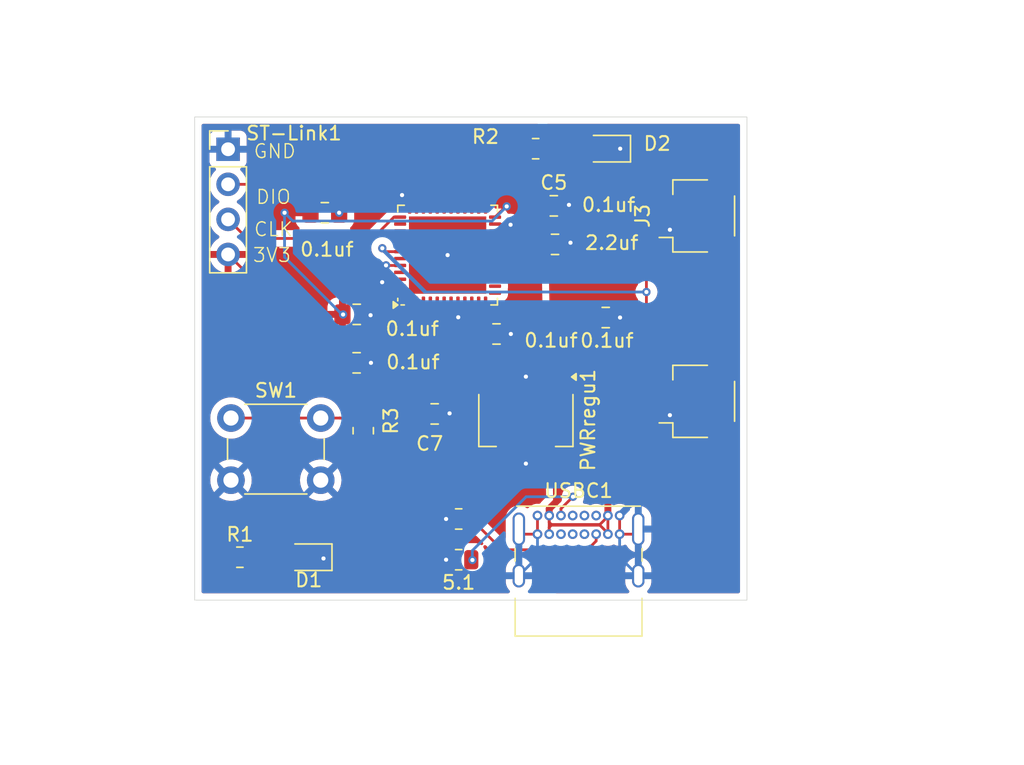
<source format=kicad_pcb>
(kicad_pcb (version 20240108) (generator "pcbnew") (generator_version "8.0")
  (layers (0 "F.Cu" signal) (31 "B.Cu" signal) (34 "B.Paste" user) (35 "F.Paste" user) (36 "B.SilkS" user "B.Silkscreen") (37 "F.SilkS" user "F.Silkscreen") (38 "B.Mask" user) (39 "F.Mask" user) (44 "Edge.Cuts" user))
  (net 0 "")
  (net 1 "GND")
  (net 2 "Net-(D2-A)")
  (net 3 "NRST")
  (net 4 "Net-(D1-A)")
  (net 5 "+5V")
  (net 10 "CLK")
  (net 15 "SYS_JTDO-SWO")
  (net 20 "TIM4_CH1")
  (net 22 "DIO")
  (net 26 "RCC_OSC_OUT")
  (net 27 "USART1_RX")
  (net 31 "ON_LED")
  (net 33 "SYS_JTCK_SWCLK")
  (net 36 "USART1_TX")
  (net 42 "BTN")
  (net 43 "RCC_OSC_IN")
  (net 46 "3V3")
  (net 47 "Net-(U3-VCAP1)")
  (net 48 "Net-(USBC1-CC1)")
  (net 49 "Net-(USBC1-CC2)")
  (footprint "Capacitor_SMD:C_0805_2012Metric_Pad1.18x1.45mm_HandSolder" (layer "F.Cu") (at 90.24 119.3)
    (property "Reference" "C4" (hide yes))
    (property "Value" "0.1uf")
    (fp_line (start -0.261252 -0.735) (end 0.261252 -0.735) (stroke (width 0.12)) (layer "F.SilkS"))
    (fp_line (start -0.261252 0.735) (end 0.261252 0.735) (stroke (width 0.12)) (layer "F.SilkS"))
    (pad "1" smd roundrect (at -1.0375 0) (size 1.175 1.45) (layers "F.Cu" "F.Paste" "F.Mask") (roundrect_rratio 0.212766) (net 46 "3V3"))
    (pad "2" smd roundrect (at 1.0375 0) (size 1.175 1.45) (layers "F.Cu" "F.Paste" "F.Mask") (roundrect_rratio 0.212766) (net 1 "GND"))
  )
  (footprint "Capacitor_SMD:C_0805_2012Metric_Pad1.18x1.45mm_HandSolder" (layer "F.Cu") (at 95.8825 126.51)
    (property "Reference" "C7" (at -0.3625 2.15 0) (layer "F.SilkS"))
    (property "Value" "0.1uf")
    (fp_line (start -0.261252 -0.735) (end 0.261252 -0.735) (stroke (width 0.12)) (layer "F.SilkS"))
    (fp_line (start -0.261252 0.735) (end 0.261252 0.735) (stroke (width 0.12)) (layer "F.SilkS"))
    (pad "1" smd roundrect (at -1.0375 0) (size 1.175 1.45) (layers "F.Cu" "F.Paste" "F.Mask") (roundrect_rratio 0.212766) (net 46 "3V3"))
    (pad "2" smd roundrect (at 1.0375 0) (size 1.175 1.45) (layers "F.Cu" "F.Paste" "F.Mask") (roundrect_rratio 0.212766) (net 1 "GND"))
  )
  (footprint "Button_Switch_THT:SW_PUSH_6mm" (layer "F.Cu") (at 81.13 126.81)
    (property "Reference" "SW1" (at 3.25 -2 0) (layer "F.SilkS"))
    (property "Value" "SW_SPST")
    (fp_line (start -0.25 1.5) (end -0.25 3) (stroke (width 0.12)) (layer "F.SilkS"))
    (fp_line (start 1 5.5) (end 5.5 5.5) (stroke (width 0.12)) (layer "F.SilkS"))
    (fp_line (start 5.5 -1) (end 1 -1) (stroke (width 0.12)) (layer "F.SilkS"))
    (fp_line (start 6.75 3) (end 6.75 1.5) (stroke (width 0.12)) (layer "F.SilkS"))
    (pad "1" thru_hole circle (at 0 0 90) (size 2 2) (drill 1.1) (layers "*.Cu" "*.Mask") (net 3 "NRST"))
    (pad "1" thru_hole circle (at 6.5 0 90) (size 2 2) (drill 1.1) (layers "*.Cu" "*.Mask") (net 3 "NRST"))
    (pad "2" thru_hole circle (at 0 4.5 90) (size 2 2) (drill 1.1) (layers "*.Cu" "*.Mask") (net 1 "GND"))
    (pad "2" thru_hole circle (at 6.5 4.5 90) (size 2 2) (drill 1.1) (layers "*.Cu" "*.Mask") (net 1 "GND"))
  )
  (footprint "Diode_SMD:D_0805_2012Metric" (layer "F.Cu") (at 108.3825 107.3 180)
    (property "Reference" "D2" (at -3.6175 0.37 0) (layer "F.SilkS"))
    (property "Value" "power" (hide yes))
    (fp_line (start 1 -0.96) (end -1.685 -0.96) (stroke (width 0.12)) (layer "F.SilkS"))
    (fp_line (start -1.685 0.96) (end 1 0.96) (stroke (width 0.12)) (layer "F.SilkS"))
    (fp_line (start -1.685 -0.96) (end -1.685 0.96) (stroke (width 0.12)) (layer "F.SilkS"))
    (pad "1" smd roundrect (at -0.9375 0 180) (size 0.975 1.4) (layers "F.Cu" "F.Paste" "F.Mask") (net 1 "GND"))
    (pad "2" smd roundrect (at 0.9375 0 180) (size 0.975 1.4) (layers "F.Cu" "F.Paste" "F.Mask") (net 2 "Net-(D2-A)"))
  )
  (footprint "Connector_USB:USB_C_Receptacle_GCT_USB4085" (layer "F.Cu") (at 103.33 133.87)
    (property "Reference" "USBC1" (at 2.975 -1.8 0) (layer "F.SilkS"))
    (property "Value" "USB_C_Receptacle_USB2.0_14P")
    (fp_line (start -1.62 2.4) (end -1.62 3.3) (stroke (width 0.12)) (layer "F.SilkS"))
    (fp_line (start -1.62 6) (end -1.62 8.73) (stroke (width 0.12)) (layer "F.SilkS"))
    (fp_line (start -1.62 8.73) (end 7.57 8.73) (stroke (width 0.12)) (layer "F.SilkS"))
    (fp_line (start -1.5 -0.68) (end 7.45 -0.68) (stroke (width 0.12)) (layer "F.SilkS"))
    (fp_line (start 7.57 2.4) (end 7.57 3.3) (stroke (width 0.12)) (layer "F.SilkS"))
    (fp_line (start 7.57 6) (end 7.57 8.73) (stroke (width 0.12)) (layer "F.SilkS"))
    (pad "A1" thru_hole circle (at 0 0) (size 0.7 0.7) (drill 0.4) (layers "*.Cu" "*.Mask") (net 1 "GND"))
    (pad "A4" thru_hole circle (at 0.85 0) (size 0.7 0.7) (drill 0.4) (layers "*.Cu" "*.Mask") (net 5 "+5V"))
    (pad "A5" thru_hole circle (at 1.7 0) (size 0.7 0.7) (drill 0.4) (layers "*.Cu" "*.Mask") (net 48 "Net-(USBC1-CC1)"))
    (pad "A6" thru_hole circle (at 2.55 0) (size 0.7 0.7) (drill 0.4) (layers "*.Cu" "*.Mask"))
    (pad "A7" thru_hole circle (at 3.4 0) (size 0.7 0.7) (drill 0.4) (layers "*.Cu" "*.Mask"))
    (pad "A8" thru_hole circle (at 4.25 0) (size 0.7 0.7) (drill 0.4) (layers "*.Cu" "*.Mask"))
    (pad "A9" thru_hole circle (at 5.1 0) (size 0.7 0.7) (drill 0.4) (layers "*.Cu" "*.Mask") (net 5 "+5V"))
    (pad "A12" thru_hole circle (at 5.95 0) (size 0.7 0.7) (drill 0.4) (layers "*.Cu" "*.Mask") (net 1 "GND"))
    (pad "B1" thru_hole circle (at 5.95 1.35) (size 0.7 0.7) (drill 0.4) (layers "*.Cu" "*.Mask") (net 1 "GND"))
    (pad "B4" thru_hole circle (at 5.1 1.35) (size 0.7 0.7) (drill 0.4) (layers "*.Cu" "*.Mask") (net 5 "+5V"))
    (pad "B5" thru_hole circle (at 4.25 1.35) (size 0.7 0.7) (drill 0.4) (layers "*.Cu" "*.Mask") (net 49 "Net-(USBC1-CC2)"))
    (pad "B6" thru_hole circle (at 3.4 1.35) (size 0.7 0.7) (drill 0.4) (layers "*.Cu" "*.Mask"))
    (pad "B7" thru_hole circle (at 2.55 1.35) (size 0.7 0.7) (drill 0.4) (layers "*.Cu" "*.Mask"))
    (pad "B8" thru_hole circle (at 1.7 1.35) (size 0.7 0.7) (drill 0.4) (layers "*.Cu" "*.Mask"))
    (pad "B9" thru_hole circle (at 0.85 1.35) (size 0.7 0.7) (drill 0.4) (layers "*.Cu" "*.Mask") (net 5 "+5V"))
    (pad "B12" thru_hole circle (at 0 1.35) (size 0.7 0.7) (drill 0.4) (layers "*.Cu" "*.Mask") (net 1 "GND"))
    (pad "S1" thru_hole oval (at -1.35 0.98) (size 0.9 2.4) (drill oval 0.6 2.1) (layers "*.Cu" "*.Mask") (net 1 "GND"))
    (pad "S1" thru_hole oval (at -1.35 4.36) (size 0.9 1.7) (drill oval 0.6 1.4) (layers "*.Cu" "*.Mask") (net 1 "GND"))
    (pad "S1" thru_hole oval (at 7.3 0.98) (size 0.9 2.4) (drill oval 0.6 2.1) (layers "*.Cu" "*.Mask") (net 1 "GND"))
    (pad "S1" thru_hole oval (at 7.3 4.36) (size 0.9 1.7) (drill oval 0.6 1.4) (layers "*.Cu" "*.Mask") (net 1 "GND"))
  )
  (footprint "Resistor_SMD:R_0805_2012Metric" (layer "F.Cu") (at 97.6225 134.12 180)
    (property "Reference" "R5" (hide yes))
    (property "Value" "5.1k")
    (fp_line (start -0.227064 0.735) (end 0.227064 0.735) (stroke (width 0.12)) (layer "F.SilkS"))
    (fp_line (start -0.227064 -0.735) (end 0.227064 -0.735) (stroke (width 0.12)) (layer "F.SilkS"))
    (pad "1" smd roundrect (at -0.9125 0 180) (size 1.025 1.4) (layers "F.Cu" "F.Paste" "F.Mask") (roundrect_rratio 0.243902) (net 49 "Net-(USBC1-CC2)"))
    (pad "2" smd roundrect (at 0.9125 0 180) (size 1.025 1.4) (layers "F.Cu" "F.Paste" "F.Mask") (roundrect_rratio 0.243902) (net 1 "GND"))
  )
  (footprint "Connector_JST:JST_SH_SM03B-SRSS-TB_1x03-1MP_P1.00mm_Horizontal" (layer "F.Cu") (at 114.92 112.17 90)
    (property "Reference" "J3" (at 0 -3.98 90) (layer "F.SilkS"))
    (property "Value" "Conn_01x03_Socket")
    (fp_line (start 2.61 -1.785) (end 1.56 -1.785) (stroke (width 0.12)) (layer "F.SilkS"))
    (fp_line (start -1.56 -1.785) (end -1.56 -2.775) (stroke (width 0.12)) (layer "F.SilkS"))
    (fp_line (start -2.61 -1.785) (end -1.56 -1.785) (stroke (width 0.12)) (layer "F.SilkS"))
    (fp_line (start 2.61 0.715) (end 2.61 -1.785) (stroke (width 0.12)) (layer "F.SilkS"))
    (fp_line (start -2.61 0.715) (end -2.61 -1.785) (stroke (width 0.12)) (layer "F.SilkS"))
    (fp_line (start -1.44 2.685) (end 1.44 2.685) (stroke (width 0.12)) (layer "F.SilkS"))
    (pad "1" smd roundrect (at -1 -2 90) (size 0.6 1.55) (layers "F.Cu" "F.Paste" "F.Mask") (net 1 "GND"))
    (pad "2" smd roundrect (at 0 -2 90) (size 0.6 1.55) (layers "F.Cu" "F.Paste" "F.Mask") (net 20 "TIM4_CH1"))
    (pad "3" smd roundrect (at 1 -2 90) (size 0.6 1.55) (layers "F.Cu" "F.Paste" "F.Mask") (net 5 "+5V"))
    (pad "MP" smd roundrect (at -2.3 1.875 90) (size 1.2 1.8) (layers "F.Cu" "F.Paste" "F.Mask") (roundrect_rratio 0.208333))
    (pad "MP" smd roundrect (at 2.3 1.875 90) (size 1.2 1.8) (layers "F.Cu" "F.Paste" "F.Mask") (roundrect_rratio 0.208333))
  )
  (footprint "Capacitor_SMD:C_0805_2012Metric_Pad1.18x1.45mm_HandSolder" (layer "F.Cu") (at 100.3625 120.72)
    (property "Reference" "C1" (hide yes))
    (property "Value" "0.1uf")
    (fp_line (start -0.261252 -0.735) (end 0.261252 -0.735) (stroke (width 0.12)) (layer "F.SilkS"))
    (fp_line (start -0.261252 0.735) (end 0.261252 0.735) (stroke (width 0.12)) (layer "F.SilkS"))
    (pad "1" smd roundrect (at -1.0375 0) (size 1.175 1.45) (layers "F.Cu" "F.Paste" "F.Mask") (roundrect_rratio 0.212766) (net 46 "3V3"))
    (pad "2" smd roundrect (at 1.0375 0) (size 1.175 1.45) (layers "F.Cu" "F.Paste" "F.Mask") (roundrect_rratio 0.212766) (net 1 "GND"))
  )
  (footprint "Package_TO_SOT_SMD:SOT-223-3_TabPin2" (layer "F.Cu") (at 102.49 126.96 -90)
    (property "Reference" "PWRregu1" (at 0 -4.5 90) (layer "F.SilkS"))
    (property "Value" "TC1262-33")
    (fp_line (start -1.85 3.41) (end 1.91 3.41) (stroke (width 0.12)) (layer "F.SilkS"))
    (fp_line (start 1.91 3.41) (end 1.91 2.15) (stroke (width 0.12)) (layer "F.SilkS"))
    (fp_line (start -1.85 -3.41) (end 1.91 -3.41) (stroke (width 0.12)) (layer "F.SilkS"))
    (fp_line (start 1.91 -3.41) (end 1.91 -2.15) (stroke (width 0.12)) (layer "F.SilkS"))
    (fp_poly (pts (xy -3.13 -3.31) (xy -3.37 -3.64) (xy -2.89 -3.64) (xy -3.13 -3.31)) (stroke (width 0.12)) (fill solid) (layer "F.SilkS"))
    (pad "1" smd roundrect (at -3.15 -2.3 270) (size 2 1.5) (layers "F.Cu" "F.Paste" "F.Mask") (net 5 "+5V"))
    (pad "2" smd roundrect (at -3.15 0 270) (size 2 1.5) (layers "F.Cu" "F.Paste" "F.Mask") (net 1 "GND"))
    (pad "2" smd roundrect (at 3.15 0 270) (size 2 3.8) (layers "F.Cu" "F.Paste" "F.Mask") (net 1 "GND"))
    (pad "3" smd roundrect (at -3.15 2.3 270) (size 2 1.5) (layers "F.Cu" "F.Paste" "F.Mask") (net 46 "3V3"))
  )
  (footprint "Resistor_SMD:R_0805_2012Metric" (layer "F.Cu") (at 103.1975 107.3)
    (property "Reference" "R2" (at -3.6375 -0.87 0) (layer "F.SilkS"))
    (property "Value" "330")
    (fp_line (start -0.227064 -0.735) (end 0.227064 -0.735) (stroke (width 0.12)) (layer "F.SilkS"))
    (fp_line (start -0.227064 0.735) (end 0.227064 0.735) (stroke (width 0.12)) (layer "F.SilkS"))
    (pad "1" smd roundrect (at -0.9125 0) (size 1.025 1.4) (layers "F.Cu" "F.Paste" "F.Mask") (roundrect_rratio 0.243902) (net 31 "ON_LED"))
    (pad "2" smd roundrect (at 0.9125 0) (size 1.025 1.4) (layers "F.Cu" "F.Paste" "F.Mask") (roundrect_rratio 0.243902) (net 2 "Net-(D2-A)"))
  )
  (footprint "Package_DFN_QFN:QFN-48-1EP_7x7mm_P0.5mm_EP5.6x5.6mm" (layer "F.Cu") (at 96.82 115.0075 90)
    (property "Reference" "U3" (hide yes))
    (property "Value" "STM32F411CEUx")
    (fp_line (start 3.61 -3.61) (end 3.61 -3.135) (stroke (width 0.12)) (layer "F.SilkS"))
    (fp_line (start 3.135 -3.61) (end 3.61 -3.61) (stroke (width 0.12)) (layer "F.SilkS"))
    (fp_line (start -3.135 -3.61) (end -3.31 -3.61) (stroke (width 0.12)) (layer "F.SilkS"))
    (fp_line (start -3.61 -3.135) (end -3.61 -3.37) (stroke (width 0.12)) (layer "F.SilkS"))
    (fp_line (start 3.61 3.61) (end 3.61 3.135) (stroke (width 0.12)) (layer "F.SilkS"))
    (fp_line (start 3.135 3.61) (end 3.61 3.61) (stroke (width 0.12)) (layer "F.SilkS"))
    (fp_line (start -3.135 3.61) (end -3.61 3.61) (stroke (width 0.12)) (layer "F.SilkS"))
    (fp_line (start -3.61 3.61) (end -3.61 3.135) (stroke (width 0.12)) (layer "F.SilkS"))
    (fp_poly (pts (xy -3.61 -3.61) (xy -3.85 -3.94) (xy -3.37 -3.94) (xy -3.61 -3.61)) (stroke (width 0.12)) (fill solid) (layer "F.SilkS"))
    (pad "1" smd roundrect (at -3.4375 -2.75 90) (size 0.875 0.25) (layers "F.Cu" "F.Paste" "F.Mask") (net 46 "3V3"))
    (pad "2" smd roundrect (at -3.4375 -2.25 90) (size 0.875 0.25) (layers "F.Cu" "F.Paste" "F.Mask"))
    (pad "3" smd roundrect (at -3.4375 -1.75 90) (size 0.875 0.25) (layers "F.Cu" "F.Paste" "F.Mask"))
    (pad "4" smd roundrect (at -3.4375 -1.25 90) (size 0.875 0.25) (layers "F.Cu" "F.Paste" "F.Mask"))
    (pad "5" smd roundrect (at -3.4375 -0.75 90) (size 0.875 0.25) (layers "F.Cu" "F.Paste" "F.Mask") (net 43 "RCC_OSC_IN"))
    (pad "6" smd roundrect (at -3.4375 -0.25 90) (size 0.875 0.25) (layers "F.Cu" "F.Paste" "F.Mask") (net 26 "RCC_OSC_OUT"))
    (pad "7" smd roundrect (at -3.4375 0.25 90) (size 0.875 0.25) (layers "F.Cu" "F.Paste" "F.Mask") (net 3 "NRST"))
    (pad "8" smd roundrect (at -3.4375 0.75 90) (size 0.875 0.25) (layers "F.Cu" "F.Paste" "F.Mask") (net 1 "GND"))
    (pad "9" smd roundrect (at -3.4375 1.25 90) (size 0.875 0.25) (layers "F.Cu" "F.Paste" "F.Mask") (net 46 "3V3"))
    (pad "10" smd roundrect (at -3.4375 1.75 90) (size 0.875 0.25) (layers "F.Cu" "F.Paste" "F.Mask") (net 42 "BTN"))
    (pad "11" smd roundrect (at -3.4375 2.25 90) (size 0.875 0.25) (layers "F.Cu" "F.Paste" "F.Mask"))
    (pad "12" smd roundrect (at -3.4375 2.75 90) (size 0.875 0.25) (layers "F.Cu" "F.Paste" "F.Mask"))
    (pad "13" smd roundrect (at -2.75 3.4375 90) (size 0.25 0.875) (layers "F.Cu" "F.Paste" "F.Mask"))
    (pad "14" smd roundrect (at -2.25 3.4375 90) (size 0.25 0.875) (layers "F.Cu" "F.Paste" "F.Mask"))
    (pad "15" smd roundrect (at -1.75 3.4375 90) (size 0.25 0.875) (layers "F.Cu" "F.Paste" "F.Mask"))
    (pad "16" smd roundrect (at -1.25 3.4375 90) (size 0.25 0.875) (layers "F.Cu" "F.Paste" "F.Mask"))
    (pad "17" smd roundrect (at -0.75 3.4375 90) (size 0.25 0.875) (layers "F.Cu" "F.Paste" "F.Mask"))
    (pad "18" smd roundrect (at -0.25 3.4375 90) (size 0.25 0.875) (layers "F.Cu" "F.Paste" "F.Mask"))
    (pad "19" smd roundrect (at 0.25 3.4375 90) (size 0.25 0.875) (layers "F.Cu" "F.Paste" "F.Mask"))
    (pad "20" smd roundrect (at 0.75 3.4375 90) (size 0.25 0.875) (layers "F.Cu" "F.Paste" "F.Mask"))
    (pad "21" smd roundrect (at 1.25 3.4375 90) (size 0.25 0.875) (layers "F.Cu" "F.Paste" "F.Mask") (net 27 "USART1_RX"))
    (pad "22" smd roundrect (at 1.75 3.4375 90) (size 0.25 0.875) (layers "F.Cu" "F.Paste" "F.Mask") (net 47 "Net-(U3-VCAP1)"))
    (pad "23" smd roundrect (at 2.25 3.4375 90) (size 0.25 0.875) (layers "F.Cu" "F.Paste" "F.Mask") (net 1 "GND"))
    (pad "24" smd roundrect (at 2.75 3.4375 90) (size 0.25 0.875) (layers "F.Cu" "F.Paste" "F.Mask") (net 46 "3V3"))
    (pad "25" smd roundrect (at 3.4375 2.75 90) (size 0.875 0.25) (layers "F.Cu" "F.Paste" "F.Mask"))
    (pad "26" smd roundrect (at 3.4375 2.25 90) (size 0.875 0.25) (layers "F.Cu" "F.Paste" "F.Mask") (net 31 "ON_LED"))
    (pad "27" smd roundrect (at 3.4375 1.75 90) (size 0.875 0.25) (layers "F.Cu" "F.Paste" "F.Mask") (net 33 "SYS_JTCK_SWCLK"))
    (pad "28" smd roundrect (at 3.4375 1.25 90) (size 0.875 0.25) (layers "F.Cu" "F.Paste" "F.Mask"))
    (pad "29" smd roundrect (at 3.4375 0.75 90) (size 0.875 0.25) (layers "F.Cu" "F.Paste" "F.Mask"))
    (pad "30" smd roundrect (at 3.4375 0.25 90) (size 0.875 0.25) (layers "F.Cu" "F.Paste" "F.Mask"))
    (pad "31" smd roundrect (at 3.4375 -0.25 90) (size 0.875 0.25) (layers "F.Cu" "F.Paste" "F.Mask"))
    (pad "32" smd roundrect (at 3.4375 -0.75 90) (size 0.875 0.25) (layers "F.Cu" "F.Paste" "F.Mask"))
    (pad "33" smd roundrect (at 3.4375 -1.25 90) (size 0.875 0.25) (layers "F.Cu" "F.Paste" "F.Mask"))
    (pad "34" smd roundrect (at 3.4375 -1.75 90) (size 0.875 0.25) (layers "F.Cu" "F.Paste" "F.Mask") (net 22 "DIO"))
    (pad "35" smd roundrect (at 3.4375 -2.25 90) (size 0.875 0.25) (layers "F.Cu" "F.Paste" "F.Mask") (net 1 "GND"))
    (pad "36" smd roundrect (at 3.4375 -2.75 90) (size 0.875 0.25) (layers "F.Cu" "F.Paste" "F.Mask") (net 46 "3V3"))
    (pad "37" smd roundrect (at 2.75 -3.4375 90) (size 0.25 0.875) (layers "F.Cu" "F.Paste" "F.Mask") (net 10 "CLK"))
    (pad "38" smd roundrect (at 2.25 -3.4375 90) (size 0.25 0.875) (layers "F.Cu" "F.Paste" "F.Mask"))
    (pad "39" smd roundrect (at 1.75 -3.4375 90) (size 0.25 0.875) (layers "F.Cu" "F.Paste" "F.Mask") (net 15 "SYS_JTDO-SWO"))
    (pad "40" smd roundrect (at 1.25 -3.4375 90) (size 0.25 0.875) (layers "F.Cu" "F.Paste" "F.Mask"))
    (pad "41" smd roundrect (at 0.75 -3.4375 90) (size 0.25 0.875) (layers "F.Cu" "F.Paste" "F.Mask"))
    (pad "42" smd roundrect (at 0.25 -3.4375 90) (size 0.25 0.875) (layers "F.Cu" "F.Paste" "F.Mask") (net 20 "TIM4_CH1"))
    (pad "43" smd roundrect (at -0.25 -3.4375 90) (size 0.25 0.875) (layers "F.Cu" "F.Paste" "F.Mask"))
    (pad "44" smd roundrect (at -0.75 -3.4375 90) (size 0.25 0.875) (layers "F.Cu" "F.Paste" "F.Mask") (net 1 "GND"))
    (pad "45" smd roundrect (at -1.25 -3.4375 90) (size 0.25 0.875) (layers "F.Cu" "F.Paste" "F.Mask"))
    (pad "46" smd roundrect (at -1.75 -3.4375 90) (size 0.25 0.875) (layers "F.Cu" "F.Paste" "F.Mask") (net 36 "USART1_TX"))
    (pad "47" smd roundrect (at -2.25 -3.4375 90) (size 0.25 0.875) (layers "F.Cu" "F.Paste" "F.Mask") (net 1 "GND"))
    (pad "48" smd roundrect (at -2.75 -3.4375 90) (size 0.25 0.875) (layers "F.Cu" "F.Paste" "F.Mask") (net 46 "3V3"))
    (pad "49" smd rect (at 0 0 90) (size 5.6 5.6) (property pad_prop_heatsink) (layers "F.Cu" "F.Mask") (net 1 "GND"))
  )
  (footprint "Capacitor_SMD:C_0805_2012Metric_Pad1.18x1.45mm_HandSolder" (layer "F.Cu") (at 104.6 114.23)
    (property "Reference" "C6" (hide yes))
    (property "Value" "2.2uf")
    (fp_line (start -0.261252 -0.735) (end 0.261252 -0.735) (stroke (width 0.12)) (layer "F.SilkS"))
    (fp_line (start -0.261252 0.735) (end 0.261252 0.735) (stroke (width 0.12)) (layer "F.SilkS"))
    (pad "1" smd roundrect (at -1.0375 0) (size 1.175 1.45) (layers "F.Cu" "F.Paste" "F.Mask") (roundrect_rratio 0.212766) (net 47 "Net-(U3-VCAP1)"))
    (pad "2" smd roundrect (at 1.0375 0) (size 1.175 1.45) (layers "F.Cu" "F.Paste" "F.Mask") (roundrect_rratio 0.212766) (net 1 "GND"))
  )
  (footprint "Resistor_SMD:R_0805_2012Metric" (layer "F.Cu") (at 81.775 136.89)
    (property "Reference" "R1" (at 0 -1.65 0) (layer "F.SilkS"))
    (property "Value" "330")
    (fp_line (start -0.227064 -0.735) (end 0.227064 -0.735) (stroke (width 0.12)) (layer "F.SilkS"))
    (fp_line (start -0.227064 0.735) (end 0.227064 0.735) (stroke (width 0.12)) (layer "F.SilkS"))
    (pad "1" smd roundrect (at -0.9125 0) (size 1.025 1.4) (layers "F.Cu" "F.Paste" "F.Mask") (roundrect_rratio 0.243902) (net 46 "3V3"))
    (pad "2" smd roundrect (at 0.9125 0) (size 1.025 1.4) (layers "F.Cu" "F.Paste" "F.Mask") (roundrect_rratio 0.243902) (net 4 "Net-(D1-A)"))
  )
  (footprint "Connector_PinHeader_2.54mm:PinHeader_1x04_P2.54mm_Vertical" (layer "F.Cu") (at 80.92 107.34)
    (property "Reference" "ST-Link1" (at 4.77 -1.16 0) (layer "F.SilkS"))
    (property "Value" "Conn_01x04_Pin")
    (fp_line (start -1.33 -1.33) (end 0 -1.33) (stroke (width 0.12)) (layer "F.SilkS"))
    (fp_line (start -1.33 0) (end -1.33 -1.33) (stroke (width 0.12)) (layer "F.SilkS"))
    (fp_line (start -1.33 1.27) (end -1.33 8.95) (stroke (width 0.12)) (layer "F.SilkS"))
    (fp_line (start -1.33 1.27) (end 1.33 1.27) (stroke (width 0.12)) (layer "F.SilkS"))
    (fp_line (start -1.33 8.95) (end 1.33 8.95) (stroke (width 0.12)) (layer "F.SilkS"))
    (fp_line (start 1.33 1.27) (end 1.33 8.95) (stroke (width 0.12)) (layer "F.SilkS"))
    (pad "1" thru_hole rect (at 0 0) (size 1.7 1.7) (drill 1) (layers "*.Cu" "*.Mask") (net 1 "GND"))
    (pad "2" thru_hole oval (at 0 2.54) (size 1.7 1.7) (drill 1) (layers "*.Cu" "*.Mask") (net 22 "DIO"))
    (pad "3" thru_hole oval (at 0 5.08) (size 1.7 1.7) (drill 1) (layers "*.Cu" "*.Mask") (net 10 "CLK"))
    (pad "4" thru_hole oval (at 0 7.62) (size 1.7 1.7) (drill 1) (layers "*.Cu" "*.Mask") (net 46 "3V3"))
  )
  (footprint "Capacitor_SMD:C_0805_2012Metric_Pad1.18x1.45mm_HandSolder" (layer "F.Cu") (at 104.5125 111.44)
    (property "Reference" "C5" (at 0 -1.68 0) (layer "F.SilkS"))
    (property "Value" "0.1uf")
    (fp_line (start -0.261252 -0.735) (end 0.261252 -0.735) (stroke (width 0.12)) (layer "F.SilkS"))
    (fp_line (start -0.261252 0.735) (end 0.261252 0.735) (stroke (width 0.12)) (layer "F.SilkS"))
    (pad "1" smd roundrect (at -1.0375 0) (size 1.175 1.45) (layers "F.Cu" "F.Paste" "F.Mask") (roundrect_rratio 0.212766) (net 46 "3V3"))
    (pad "2" smd roundrect (at 1.0375 0) (size 1.175 1.45) (layers "F.Cu" "F.Paste" "F.Mask") (roundrect_rratio 0.212766) (net 1 "GND"))
  )
  (footprint "Connector_JST:JST_SH_SM03B-SRSS-TB_1x03-1MP_P1.00mm_Horizontal" (layer "F.Cu") (at 114.92 125.6 90)
    (property "Reference" "J2" (hide yes))
    (property "Value" "Conn_01x03_Socket")
    (fp_line (start 2.61 -1.785) (end 1.56 -1.785) (stroke (width 0.12)) (layer "F.SilkS"))
    (fp_line (start -1.56 -1.785) (end -1.56 -2.775) (stroke (width 0.12)) (layer "F.SilkS"))
    (fp_line (start -2.61 -1.785) (end -1.56 -1.785) (stroke (width 0.12)) (layer "F.SilkS"))
    (fp_line (start 2.61 0.715) (end 2.61 -1.785) (stroke (width 0.12)) (layer "F.SilkS"))
    (fp_line (start -2.61 0.715) (end -2.61 -1.785) (stroke (width 0.12)) (layer "F.SilkS"))
    (fp_line (start -1.44 2.685) (end 1.44 2.685) (stroke (width 0.12)) (layer "F.SilkS"))
    (pad "1" smd roundrect (at -1 -2 90) (size 0.6 1.55) (layers "F.Cu" "F.Paste" "F.Mask") (net 1 "GND"))
    (pad "2" smd roundrect (at 0 -2 90) (size 0.6 1.55) (layers "F.Cu" "F.Paste" "F.Mask") (net 20 "TIM4_CH1"))
    (pad "3" smd roundrect (at 1 -2 90) (size 0.6 1.55) (layers "F.Cu" "F.Paste" "F.Mask") (net 5 "+5V"))
    (pad "MP" smd roundrect (at -2.3 1.875 90) (size 1.2 1.8) (layers "F.Cu" "F.Paste" "F.Mask") (roundrect_rratio 0.208333))
    (pad "MP" smd roundrect (at 2.3 1.875 90) (size 1.2 1.8) (layers "F.Cu" "F.Paste" "F.Mask") (roundrect_rratio 0.208333))
  )
  (footprint "Capacitor_SMD:C_0805_2012Metric_Pad1.18x1.45mm_HandSolder" (layer "F.Cu") (at 87.9275 111.94)
    (property "Reference" "C2" (hide yes))
    (property "Value" "0.1uf")
    (fp_line (start -0.261252 -0.735) (end 0.261252 -0.735) (stroke (width 0.12)) (layer "F.SilkS"))
    (fp_line (start -0.261252 0.735) (end 0.261252 0.735) (stroke (width 0.12)) (layer "F.SilkS"))
    (pad "1" smd roundrect (at -1.0375 0) (size 1.175 1.45) (layers "F.Cu" "F.Paste" "F.Mask") (roundrect_rratio 0.212766) (net 46 "3V3"))
    (pad "2" smd roundrect (at 1.0375 0) (size 1.175 1.45) (layers "F.Cu" "F.Paste" "F.Mask") (roundrect_rratio 0.212766) (net 1 "GND"))
  )
  (footprint "Capacitor_SMD:C_0805_2012Metric_Pad1.18x1.45mm_HandSolder" (layer "F.Cu") (at 108.2725 119.53)
    (property "Reference" "C8" (hide yes))
    (property "Value" "0.1uf")
    (fp_line (start -0.261252 -0.735) (end 0.261252 -0.735) (stroke (width 0.12)) (layer "F.SilkS"))
    (fp_line (start -0.261252 0.735) (end 0.261252 0.735) (stroke (width 0.12)) (layer "F.SilkS"))
    (pad "1" smd roundrect (at -1.0375 0) (size 1.175 1.45) (layers "F.Cu" "F.Paste" "F.Mask") (roundrect_rratio 0.212766) (net 5 "+5V"))
    (pad "2" smd roundrect (at 1.0375 0) (size 1.175 1.45) (layers "F.Cu" "F.Paste" "F.Mask") (roundrect_rratio 0.212766) (net 1 "GND"))
  )
  (footprint "Resistor_SMD:R_0805_2012Metric" (layer "F.Cu") (at 97.6225 137.07 180)
    (property "Reference" "5.1" (at 0 -1.65 0) (layer "F.SilkS"))
    (property "Value" "5.1k" (hide yes))
    (fp_line (start -0.227064 0.735) (end 0.227064 0.735) (stroke (width 0.12)) (layer "F.SilkS"))
    (fp_line (start -0.227064 -0.735) (end 0.227064 -0.735) (stroke (width 0.12)) (layer "F.SilkS"))
    (pad "1" smd roundrect (at -0.9125 0 180) (size 1.025 1.4) (layers "F.Cu" "F.Paste" "F.Mask") (roundrect_rratio 0.243902) (net 48 "Net-(USBC1-CC1)"))
    (pad "2" smd roundrect (at 0.9125 0 180) (size 1.025 1.4) (layers "F.Cu" "F.Paste" "F.Mask") (roundrect_rratio 0.243902) (net 1 "GND"))
  )
  (footprint "Capacitor_SMD:C_0805_2012Metric_Pad1.18x1.45mm_HandSolder" (layer "F.Cu") (at 90.23 122.81)
    (property "Reference" "C3" (hide yes))
    (property "Value" "0.1uf")
    (fp_line (start -0.261252 -0.735) (end 0.261252 -0.735) (stroke (width 0.12)) (layer "F.SilkS"))
    (fp_line (start -0.261252 0.735) (end 0.261252 0.735) (stroke (width 0.12)) (layer "F.SilkS"))
    (pad "1" smd roundrect (at -1.0375 0) (size 1.175 1.45) (layers "F.Cu" "F.Paste" "F.Mask") (roundrect_rratio 0.212766) (net 46 "3V3"))
    (pad "2" smd roundrect (at 1.0375 0) (size 1.175 1.45) (layers "F.Cu" "F.Paste" "F.Mask") (roundrect_rratio 0.212766) (net 1 "GND"))
  )
  (footprint "Resistor_SMD:R_0805_2012Metric" (layer "F.Cu") (at 90.71 127.7275 -90)
    (property "Reference" "R3" (at -0.71 -2 90) (layer "F.SilkS"))
    (property "Value" "10k")
    (fp_line (start -0.227064 0.735) (end 0.227064 0.735) (stroke (width 0.12)) (layer "F.SilkS"))
    (fp_line (start -0.227064 -0.735) (end 0.227064 -0.735) (stroke (width 0.12)) (layer "F.SilkS"))
    (pad "1" smd roundrect (at -0.9125 0 270) (size 1.025 1.4) (layers "F.Cu" "F.Paste" "F.Mask") (roundrect_rratio 0.243902) (net 3 "NRST"))
    (pad "2" smd roundrect (at 0.9125 0 270) (size 1.025 1.4) (layers "F.Cu" "F.Paste" "F.Mask") (roundrect_rratio 0.243902) (net 46 "3V3"))
  )
  (footprint "Diode_SMD:D_0805_2012Metric" (layer "F.Cu") (at 86.76 136.89 180)
    (property "Reference" "D1" (at 0 -1.65 0) (layer "F.SilkS"))
    (property "Value" "power")
    (fp_line (start 1 -0.96) (end -1.685 -0.96) (stroke (width 0.12)) (layer "F.SilkS"))
    (fp_line (start -1.685 0.96) (end 1 0.96) (stroke (width 0.12)) (layer "F.SilkS"))
    (fp_line (start -1.685 -0.96) (end -1.685 0.96) (stroke (width 0.12)) (layer "F.SilkS"))
    (pad "1" smd roundrect (at -0.9375 0 180) (size 0.975 1.4) (layers "F.Cu" "F.Paste" "F.Mask") (net 1 "GND"))
    (pad "2" smd roundrect (at 0.9375 0 180) (size 0.975 1.4) (layers "F.Cu" "F.Paste" "F.Mask") (net 4 "Net-(D1-A)"))
  )
  (gr_rect (start 78.5 105) (end 118.5 140) (stroke (width 0.05)) (fill none) (layer "Edge.Cuts"))
  (gr_text "0.1uf\n\n" (at 104.31 121.99 0) (layer "F.SilkS") (effects (font (size 1 1))))
  (gr_text "GND\n" (at 82.71 108.07 0) (layer "F.SilkS") (effects (font (size 1 1) (thickness 0.1)) (justify left bottom)))
  (gr_text "0.1uf\n\n" (at 94.31 123.56 0) (layer "F.SilkS") (effects (font (size 1 1))))
  (gr_text "0.1uf\n\n" (at 108.36 122 0) (layer "F.SilkS") (effects (font (size 1 1))))
  (gr_text "0.1uf\n\n" (at 108.48 112.17 0) (layer "F.SilkS") (effects (font (size 1 1))))
  (gr_text "2.2uf\n\n" (at 108.71 114.92 0) (layer "F.SilkS") (effects (font (size 1 1))))
  (gr_text "DIO" (at 82.88 111.38 0) (layer "F.SilkS") (effects (font (size 1 1) (thickness 0.1)) (justify left bottom)))
  (gr_text "3V3\n" (at 82.65 115.59 0) (layer "F.SilkS") (effects (font (size 1 1) (thickness 0.1)) (justify left bottom)))
  (gr_text "0.1uf\n\n" (at 88.08 115.4 0) (layer "F.SilkS") (effects (font (size 1 1))))
  (gr_text "0.1uf\n\n" (at 94.26 121.15 0) (layer "F.SilkS") (effects (font (size 1 1))))
  (gr_text "CLK" (at 82.73 113.72 0) (layer "F.SilkS") (effects (font (size 1 1) (thickness 0.1)) (justify left bottom)))
  (segment (start 100.2575 112.7575) (end 101.38 112.81) (width 0.2) (layer "F.Cu") (net 1))
  (segment (start 97.57 118.445) (end 97.59 119.51) (width 0.2) (layer "F.Cu") (net 1))
  (segment (start 102.35 135.22) (end 101.98 134.85) (width 0.2) (layer "F.Cu") (net 1))
  (segment (start 93.3825 115.7575) (end 92.3675 115.7575) (width 0.2) (layer "F.Cu") (net 1))
  (segment (start 94.57 111.57) (end 94.57 111.118114) (width 0.2) (layer "F.Cu") (net 1))
  (segment (start 94.111886 110.66) (end 93.52 110.66) (width 0.2) (layer "F.Cu") (net 1))
  (segment (start 92.3675 117.2575) (end 92.08 116.97) (width 0.2) (layer "F.Cu") (net 1))
  (segment (start 103.33 135.22) (end 103.33 133.87) (width 0.2) (layer "F.Cu") (net 1))
  (segment (start 101.3525 112.7575) (end 101.37 112.74) (width 0.2) (layer "F.Cu") (net 1))
  (segment (start 103.33 135.22) (end 102.35 135.22) (width 0.2) (layer "F.Cu") (net 1))
  (segment (start 92.3675 115.7575) (end 92.36 115.75) (width 0.2) (layer "F.Cu") (net 1))
  (segment (start 101.38 112.81) (end 101.3525 112.7575) (width 0.2) (layer "F.Cu") (net 1))
  (segment (start 97.59 119.51) (end 97.57 119.51) (width 0.2) (layer "F.Cu") (net 1))
  (segment (start 94.57 111.118114) (end 94.111886 110.66) (width 0.2) (layer "F.Cu") (net 1))
  (segment (start 97.57 119.51) (end 97.56 119.52) (width 0.2) (layer "F.Cu") (net 1))
  (segment (start 93.3825 117.2575) (end 92.3675 117.2575) (width 0.2) (layer "F.Cu") (net 1))
  (segment (start 110.26 135.22) (end 110.63 134.85) (width 0.2) (layer "F.Cu") (net 1))
  (segment (start 109.28 133.87) (end 109.28 135.22) (width 0.2) (layer "F.Cu") (net 1))
  (segment (start 109.28 135.22) (end 110.26 135.22) (width 0.2) (layer "F.Cu") (net 1))
  (via (at 112.92 126.6) (size 0.6) (drill 0.3) (layers "F.Cu" "B.Cu") (net 1))
  (via (at 96.82 115.0075) (size 0.6) (drill 0.3) (layers "F.Cu" "B.Cu") (net 1))
  (via (at 92.08 116.97) (size 0.6) (drill 0.3) (layers "F.Cu" "B.Cu") (net 1))
  (via (at 93.52 110.66) (size 0.6) (drill 0.3) (layers "F.Cu" "B.Cu") (net 1))
  (via (at 109.31 119.53) (size 0.6) (drill 0.3) (layers "F.Cu" "B.Cu") (net 1))
  (via (at 96.71 137.07) (size 0.6) (drill 0.3) (layers "F.Cu" "B.Cu") (net 1))
  (via (at 105.61 111.37) (size 0.6) (drill 0.3) (layers "F.Cu" "B.Cu") (net 1))
  (via (at 112.92 113.17) (size 0.6) (drill 0.3) (layers "F.Cu" "B.Cu") (net 1))
  (via (at 88.965 111.94) (size 0.6) (drill 0.3) (layers "F.Cu" "B.Cu") (net 1))
  (via (at 97.59 119.51) (size 0.6) (drill 0.3) (layers "F.Cu" "B.Cu") (net 1))
  (via (at 101.4 120.72) (size 0.6) (drill 0.3) (layers "F.Cu" "B.Cu") (net 1))
  (via (at 91.24 119.36) (size 0.6) (drill 0.3) (layers "F.Cu" "B.Cu") (net 1))
  (via (at 91.2675 122.81) (size 0.6) (drill 0.3) (layers "F.Cu" "B.Cu") (net 1))
  (via (at 102.49 130.11) (size 0.6) (drill 0.3) (layers "F.Cu" "B.Cu") (net 1))
  (via (at 96.71 134.12) (size 0.6) (drill 0.3) (layers "F.Cu" "B.Cu") (net 1))
  (via (at 96.9625 126.47) (size 0.6) (drill 0.3) (layers "F.Cu" "B.Cu") (net 1))
  (via (at 105.72 114.11) (size 0.6) (drill 0.3) (layers "F.Cu" "B.Cu") (net 1))
  (via (at 102.49 123.81) (size 0.6) (drill 0.3) (layers "F.Cu" "B.Cu") (net 1))
  (via (at 109.32 107.3) (size 0.6) (drill 0.3) (layers "F.Cu" "B.Cu") (net 1))
  (via (at 87.83 136.98) (size 0.6) (drill 0.3) (layers "F.Cu" "B.Cu") (net 1))
  (via (at 101.38 112.81) (size 0.6) (drill 0.3) (layers "F.Cu" "B.Cu") (net 1))
  (via (at 92.36 115.75) (size 0.6) (drill 0.3) (layers "F.Cu" "B.Cu") (net 1))
  (segment (start 109.28 135.22) (end 109.28 136.88) (width 0.2) (layer "B.Cu") (net 1))
  (segment (start 103.33 136.88) (end 101.98 138.23) (width 0.2) (layer "B.Cu") (net 1))
  (segment (start 109.28 136.88) (end 110.63 138.23) (width 0.2) (layer "B.Cu") (net 1))
  (segment (start 103.33 135.22) (end 103.33 136.88) (width 0.2) (layer "B.Cu") (net 1))
  (segment (start 104.11 107.3) (end 107.445 107.3) (width 0.2) (layer "F.Cu") (net 2))
  (segment (start 97.07 119.181471) (end 96.99 119.261471) (width 0.2) (layer "F.Cu") (net 3))
  (segment (start 96.99 123.94) (end 96.43 124.5) (width 0.2) (layer "F.Cu") (net 3))
  (segment (start 81.13 126.81) (end 87.63 126.81) (width 0.2) (layer "F.Cu") (net 3))
  (segment (start 96.43 124.5) (end 91.751471 124.5) (width 0.2) (layer "F.Cu") (net 3))
  (segment (start 90.71 125.541471) (end 90.71 126.815) (width 0.2) (layer "F.Cu") (net 3))
  (segment (start 97.07 118.445) (end 97.07 119.181471) (width 0.2) (layer "F.Cu") (net 3))
  (segment (start 96.99 119.261471) (end 96.99 123.94) (width 0.2) (layer "F.Cu") (net 3))
  (segment (start 87.63 126.81) (end 89.0125 126.81) (width 0.2) (layer "F.Cu") (net 3))
  (segment (start 91.751471 124.5) (end 90.71 125.541471) (width 0.2) (layer "F.Cu") (net 3))
  (segment (start 89.0175 126.815) (end 90.71 126.815) (width 0.2) (layer "F.Cu") (net 3))
  (segment (start 89.0125 126.81) (end 89.0175 126.815) (width 0.2) (layer "F.Cu") (net 3))
  (segment (start 82.6875 136.89) (end 85.8225 136.89) (width 0.2) (layer "F.Cu") (net 4))
  (segment (start 108.43 135.150761) (end 108.43 135.22) (width 0.2) (layer "F.Cu") (net 5))
  (segment (start 108.43 127.45) (end 108.43 133.87) (width 0.5) (layer "F.Cu") (net 5))
  (segment (start 104.84 123.86) (end 104.84 132.715026) (width 0.5) (layer "F.Cu") (net 5))
  (segment (start 104.18 134.364974) (end 104.335026 134.52) (width 0.2) (layer "F.Cu") (net 5))
  (segment (start 108.43 133.87) (end 108.43 135.22) (width 0.2) (layer "F.Cu") (net 5))
  (segment (start 104.335026 134.52) (end 107.849239 134.52) (width 0.2) (layer "F.Cu") (net 5))
  (segment (start 104.18 134.725026) (end 104.335026 134.57) (width 0.2) (layer "F.Cu") (net 5))
  (segment (start 104.18 133.87) (end 104.18 135.22) (width 0.2) (layer "F.Cu") (net 5))
  (segment (start 107.849239 134.57) (end 108.43 135.150761) (width 0.2) (layer "F.Cu") (net 5))
  (segment (start 104.335026 134.57) (end 107.849239 134.57) (width 0.2) (layer "F.Cu") (net 5))
  (segment (start 104.79 123.81) (end 104.84 123.86) (width 0.5) (layer "F.Cu") (net 5))
  (segment (start 104.18 135.22) (end 104.18 134.725026) (width 0.2) (layer "F.Cu") (net 5))
  (segment (start 104.79 123.81) (end 108.43 127.45) (width 0.5) (layer "F.Cu") (net 5))
  (segment (start 108.43 133.939239) (end 108.43 133.87) (width 0.2) (layer "F.Cu") (net 5))
  (segment (start 104.18 133.87) (end 104.18 134.364974) (width 0.2) (layer "F.Cu") (net 5))
  (segment (start 107.849239 134.52) (end 108.43 133.939239) (width 0.2) (layer "F.Cu") (net 5))
  (segment (start 104.84 132.715026) (end 104.18 133.375026) (width 0.5) (layer "F.Cu") (net 5))
  (segment (start 104.18 133.375026) (end 104.18 133.87) (width 0.5) (layer "F.Cu") (net 5))
  (segment (start 104.18 133.800761) (end 104.18 133.87) (width 0.2) (layer "F.Cu") (net 5))
  (segment (start 82.3 113.8) (end 91.388114 113.8) (width 0.2) (layer "F.Cu") (net 10))
  (segment (start 92.930614 112.2575) (end 93.3825 112.2575) (width 0.2) (layer "F.Cu") (net 10))
  (segment (start 80.92 112.42) (end 82.3 113.8) (width 0.2) (layer "F.Cu") (net 10))
  (segment (start 91.388114 113.8) (end 92.930614 112.2575) (width 0.2) (layer "F.Cu") (net 10))
  (segment (start 112.504448 112.17) (end 112.92 112.17) (width 0.2) (layer "F.Cu") (net 20))
  (segment (start 93.3825 114.7575) (end 92.2275 114.7575) (width 0.2) (layer "F.Cu") (net 20))
  (segment (start 111.22 117.68) (end 111.22 113.454448) (width 0.2) (layer "F.Cu") (net 20))
  (segment (start 111.22 117.68) (end 111.22 124.674999) (width 0.2) (layer "F.Cu") (net 20))
  (segment (start 92.2275 114.7575) (end 92.09 114.51) (width 0.2) (layer "F.Cu") (net 20))
  (segment (start 112.145001 125.6) (end 112.92 125.6) (width 0.2) (layer "F.Cu") (net 20))
  (segment (start 92.09 114.51) (end 92.09 114.62) (width 0.2) (layer "F.Cu") (net 20))
  (segment (start 113.525 125.65) (end 112.750001 125.65) (width 0.2) (layer "F.Cu") (net 20))
  (segment (start 111.22 113.454448) (end 112.504448 112.17) (width 0.2) (layer "F.Cu") (net 20))
  (segment (start 111.22 124.674999) (end 112.145001 125.6) (width 0.2) (layer "F.Cu") (net 20))
  (segment (start 112.750001 125.65) (end 112.45 125.349999) (width 0.2) (layer "F.Cu") (net 20))
  (via (at 111.22 117.68) (size 0.6) (drill 0.3) (layers "F.Cu" "B.Cu") (net 20))
  (via (at 92.09 114.51) (size 0.6) (drill 0.3) (layers "F.Cu" "B.Cu") (net 20))
  (segment (start 92.09 114.631471) (end 92.09 114.51) (width 0.2) (layer "B.Cu") (net 20))
  (segment (start 95.138529 117.68) (end 92.09 114.631471) (width 0.2) (layer "B.Cu") (net 20))
  (segment (start 111.22 117.68) (end 95.138529 117.68) (width 0.2) (layer "B.Cu") (net 20))
  (segment (start 92.09 114.51) (end 95.26 117.68) (width 0.2) (layer "B.Cu") (net 20))
  (segment (start 95.07 110.1) (end 95.07 111.57) (width 0.2) (layer "F.Cu") (net 22))
  (segment (start 80.92 109.88) (end 94.85 109.88) (width 0.2) (layer "F.Cu") (net 22))
  (segment (start 94.85 109.88) (end 95.07 110.1) (width 0.2) (layer "F.Cu") (net 22))
  (segment (start 99.44 107.3) (end 99.07 107.67) (width 0.2) (layer "F.Cu") (net 31))
  (segment (start 99.07 107.67) (end 99.07 111.57) (width 0.2) (layer "F.Cu") (net 31))
  (segment (start 102.285 107.3) (end 99.44 107.3) (width 0.2) (layer "F.Cu") (net 31))
  (segment (start 94.07 111.57) (end 90.192244 111.57) (width 0.2) (layer "F.Cu") (net 46))
  (segment (start 92.32 117.7575) (end 92.32 118.1) (width 0.2) (layer "F.Cu") (net 46))
  (segment (start 83.7175 117.7575) (end 92.11 117.7575) (width 0.2) (layer "F.Cu") (net 46))
  (segment (start 100.2575 112.2575) (end 101.075 111.44) (width 0.2) (layer "F.Cu") (net 46))
  (segment (start 92.32 117.7575) (end 93.3825 117.7575) (width 0.2) (layer "F.Cu") (net 46))
  (segment (start 80.92 114.96) (end 83.7175 117.7575) (width 0.2) (layer "F.Cu") (net 46))
  (segment (start 99.325 120.396471) (end 99.325 120.72) (width 0.2) (layer "F.Cu") (net 46))
  (segment (start 90.192244 111.57) (end 89.502244 110.88) (width 0.2) (layer "F.Cu") (net 46))
  (segment (start 87.95 110.88) (end 86.89 111.94) (width 0.2) (layer "F.Cu") (net 46))
  (segment (start 93.18 118.94) (end 93.575 118.94) (width 0.2) (layer "F.Cu") (net 46))
  (segment (start 86.89 111.94) (end 85.01 111.94) (width 0.2) (layer "F.Cu") (net 46))
  (segment (start 93.575 118.94) (end 94.07 118.445) (width 0.2) (layer "F.Cu") (net 46))
  (segment (start 98.07 119.141471) (end 99.325 120.396471) (width 0.2) (layer "F.Cu") (net 46))
  (segment (start 93.17 118.95) (end 93.18 118.94) (width 0.2) (layer "F.Cu") (net 46))
  (segment (start 92.32 118.1) (end 93.17 118.95) (width 0.2) (layer "F.Cu") (net 46))
  (segment (start 98.07 118.445) (end 98.07 119.141471) (width 0.2) (layer "F.Cu") (net 46))
  (segment (start 101.1 111.48) (end 103.475 111.44) (width 0.2) (layer "F.Cu") (net 46))
  (segment (start 92.11 117.7575) (end 92.32 117.7575) (width 0.2) (layer "F.Cu") (net 46))
  (segment (start 101.075 111.44) (end 101.1 111.48) (width 0.2) (layer "F.Cu") (net 46))
  (segment (start 89.502244 110.88) (end 87.95 110.88) (width 0.2) (layer "F.Cu") (net 46))
  (via (at 89.25 119.31) (size 0.6) (drill 0.3) (layers "F.Cu" "B.Cu") (net 46))
  (via (at 101.1 111.48) (size 0.6) (drill 0.3) (layers "F.Cu" "B.Cu") (net 46))
  (via (at 85.01 111.94) (size 0.6) (drill 0.3) (layers "F.Cu" "B.Cu") (net 46))
  (segment (start 85.61 112.54) (end 85.01 111.94) (width 0.2) (layer "B.Cu") (net 46))
  (segment (start 89.17 119.31) (end 89.25 119.31) (width 0.2) (layer "B.Cu") (net 46))
  (segment (start 100.04 112.54) (end 85.61 112.54) (width 0.2) (layer "B.Cu") (net 46))
  (segment (start 89.25 119.31) (end 89.25 119.39) (width 0.2) (layer "B.Cu") (net 46))
  (segment (start 101.1 111.48) (end 100.04 112.54) (width 0.2) (layer "B.Cu") (net 46))
  (segment (start 85.01 115.15) (end 89.17 119.31) (width 0.2) (layer "B.Cu") (net 46))
  (segment (start 85.01 111.94) (end 85.01 115.15) (width 0.2) (layer "B.Cu") (net 46))
  (segment (start 89.25 119.39) (end 89.19 119.33) (width 0.2) (layer "B.Cu") (net 46))
  (segment (start 100.2575 113.2575) (end 100.978971 113.2575) (width 0.2) (layer "F.Cu") (net 47))
  (segment (start 100.978971 113.2575) (end 101.951471 114.23) (width 0.2) (layer "F.Cu") (net 47))
  (segment (start 101.951471 114.23) (end 103.5625 114.23) (width 0.2) (layer "F.Cu") (net 47))
  (segment (start 105.03 133.87) (end 105.03 133.375026) (width 0.2) (layer "F.Cu") (net 48))
  (segment (start 105.895026 132.51) (end 105.9 132.51) (width 0.2) (layer "F.Cu") (net 48))
  (segment (start 105.03 133.375026) (end 105.895026 132.51) (width 0.2) (layer "F.Cu") (net 48))
  (via (at 98.617574 137.091852) (size 0.6) (drill 0.3) (layers "F.Cu" "B.Cu") (net 48))
  (via (at 105.9 132.51) (size 0.6) (drill 0.3) (layers "F.Cu" "B.Cu") (net 48))
  (segment (start 98.61 136.40934) (end 98.61 137.21) (width 0.2) (layer "B.Cu") (net 48))
  (segment (start 102.50934 132.51) (end 98.61 136.40934) (width 0.2) (layer "B.Cu") (net 48))
  (segment (start 105.9 132.51) (end 102.50934 132.51) (width 0.2) (layer "B.Cu") (net 48))
  (segment (start 100.765 136.35) (end 106.944974 136.35) (width 0.2) (layer "F.Cu") (net 49))
  (segment (start 107.58 135.714974) (end 107.58 135.22) (width 0.2) (layer "F.Cu") (net 49))
  (segment (start 106.944974 136.35) (end 107.58 135.714974) (width 0.2) (layer "F.Cu") (net 49))
  (segment (start 98.535 134.12) (end 100.765 136.35) (width 0.2) (layer "F.Cu") (net 49))
  (zone (net 5) (net_name "+5V") (layer "F.Cu") (priority 2) (connect_pads (clearance 0.5)) (min_thickness 0.25) (fill yes (thermal_gap 0.5) (thermal_bridge_width 0.5))
    (polygon (pts (xy 103.78 96.53) (xy 138.12 96.88) (xy 138.57 151.94) (xy 104.82 151.63)))
  )
  (zone (net 46) (net_name "3V3") (layer "F.Cu") (connect_pads (clearance 0.5)) (min_thickness 0.25) (fill yes (thermal_gap 0.5) (thermal_bridge_width 0.5))
    (polygon (pts (xy 65.44 151.9) (xy 64.4 96.8) (xy 103.78 96.53) (xy 104.82 151.63)))
  )
  (zone (net 1) (net_name "GND") (layer "B.Cu") (priority 1) (connect_pads (clearance 0.5)) (min_thickness 0.25) (fill yes (thermal_gap 0.5) (thermal_bridge_width 0.5))
    (polygon (pts (xy 118.51 104.98) (xy 78.51 104.98) (xy 78.5 140) (xy 118.5 140)))
  )
)
</source>
